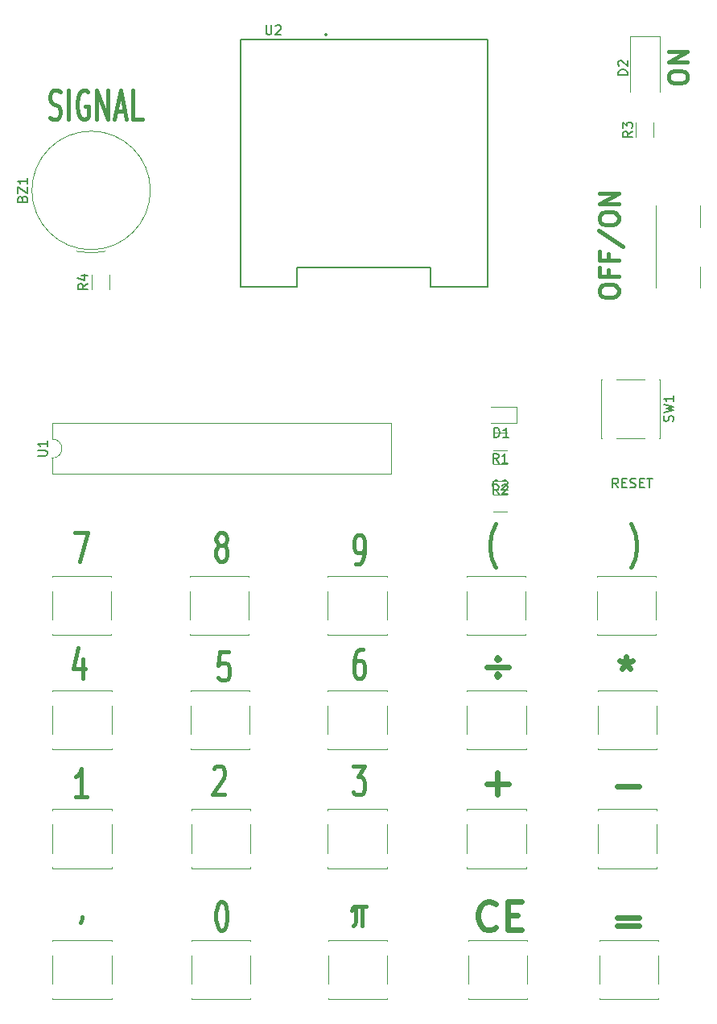
<source format=gbr>
%TF.GenerationSoftware,KiCad,Pcbnew,9.0.5*%
%TF.CreationDate,2026-01-24T15:15:31+01:00*%
%TF.ProjectId,Seminarski,53656d69-6e61-4727-936b-692e6b696361,rev?*%
%TF.SameCoordinates,Original*%
%TF.FileFunction,Legend,Top*%
%TF.FilePolarity,Positive*%
%FSLAX46Y46*%
G04 Gerber Fmt 4.6, Leading zero omitted, Abs format (unit mm)*
G04 Created by KiCad (PCBNEW 9.0.5) date 2026-01-24 15:15:31*
%MOMM*%
%LPD*%
G01*
G04 APERTURE LIST*
%ADD10C,0.200000*%
%ADD11C,0.400000*%
%ADD12C,0.600000*%
%ADD13C,0.150000*%
%ADD14C,0.127000*%
%ADD15C,0.120000*%
G04 APERTURE END LIST*
D10*
X199941101Y-89367219D02*
X199607768Y-88891028D01*
X199369673Y-89367219D02*
X199369673Y-88367219D01*
X199369673Y-88367219D02*
X199750625Y-88367219D01*
X199750625Y-88367219D02*
X199845863Y-88414838D01*
X199845863Y-88414838D02*
X199893482Y-88462457D01*
X199893482Y-88462457D02*
X199941101Y-88557695D01*
X199941101Y-88557695D02*
X199941101Y-88700552D01*
X199941101Y-88700552D02*
X199893482Y-88795790D01*
X199893482Y-88795790D02*
X199845863Y-88843409D01*
X199845863Y-88843409D02*
X199750625Y-88891028D01*
X199750625Y-88891028D02*
X199369673Y-88891028D01*
X200369673Y-88843409D02*
X200703006Y-88843409D01*
X200845863Y-89367219D02*
X200369673Y-89367219D01*
X200369673Y-89367219D02*
X200369673Y-88367219D01*
X200369673Y-88367219D02*
X200845863Y-88367219D01*
X201226816Y-89319600D02*
X201369673Y-89367219D01*
X201369673Y-89367219D02*
X201607768Y-89367219D01*
X201607768Y-89367219D02*
X201703006Y-89319600D01*
X201703006Y-89319600D02*
X201750625Y-89271980D01*
X201750625Y-89271980D02*
X201798244Y-89176742D01*
X201798244Y-89176742D02*
X201798244Y-89081504D01*
X201798244Y-89081504D02*
X201750625Y-88986266D01*
X201750625Y-88986266D02*
X201703006Y-88938647D01*
X201703006Y-88938647D02*
X201607768Y-88891028D01*
X201607768Y-88891028D02*
X201417292Y-88843409D01*
X201417292Y-88843409D02*
X201322054Y-88795790D01*
X201322054Y-88795790D02*
X201274435Y-88748171D01*
X201274435Y-88748171D02*
X201226816Y-88652933D01*
X201226816Y-88652933D02*
X201226816Y-88557695D01*
X201226816Y-88557695D02*
X201274435Y-88462457D01*
X201274435Y-88462457D02*
X201322054Y-88414838D01*
X201322054Y-88414838D02*
X201417292Y-88367219D01*
X201417292Y-88367219D02*
X201655387Y-88367219D01*
X201655387Y-88367219D02*
X201798244Y-88414838D01*
X202226816Y-88843409D02*
X202560149Y-88843409D01*
X202703006Y-89367219D02*
X202226816Y-89367219D01*
X202226816Y-89367219D02*
X202226816Y-88367219D01*
X202226816Y-88367219D02*
X202703006Y-88367219D01*
X202988721Y-88367219D02*
X203560149Y-88367219D01*
X203274435Y-89367219D02*
X203274435Y-88367219D01*
D11*
X158025061Y-95397771D02*
X157834585Y-95254914D01*
X157834585Y-95254914D02*
X157739347Y-95112057D01*
X157739347Y-95112057D02*
X157644109Y-94826342D01*
X157644109Y-94826342D02*
X157644109Y-94683485D01*
X157644109Y-94683485D02*
X157739347Y-94397771D01*
X157739347Y-94397771D02*
X157834585Y-94254914D01*
X157834585Y-94254914D02*
X158025061Y-94112057D01*
X158025061Y-94112057D02*
X158406014Y-94112057D01*
X158406014Y-94112057D02*
X158596490Y-94254914D01*
X158596490Y-94254914D02*
X158691728Y-94397771D01*
X158691728Y-94397771D02*
X158786966Y-94683485D01*
X158786966Y-94683485D02*
X158786966Y-94826342D01*
X158786966Y-94826342D02*
X158691728Y-95112057D01*
X158691728Y-95112057D02*
X158596490Y-95254914D01*
X158596490Y-95254914D02*
X158406014Y-95397771D01*
X158406014Y-95397771D02*
X158025061Y-95397771D01*
X158025061Y-95397771D02*
X157834585Y-95540628D01*
X157834585Y-95540628D02*
X157739347Y-95683485D01*
X157739347Y-95683485D02*
X157644109Y-95969200D01*
X157644109Y-95969200D02*
X157644109Y-96540628D01*
X157644109Y-96540628D02*
X157739347Y-96826342D01*
X157739347Y-96826342D02*
X157834585Y-96969200D01*
X157834585Y-96969200D02*
X158025061Y-97112057D01*
X158025061Y-97112057D02*
X158406014Y-97112057D01*
X158406014Y-97112057D02*
X158596490Y-96969200D01*
X158596490Y-96969200D02*
X158691728Y-96826342D01*
X158691728Y-96826342D02*
X158786966Y-96540628D01*
X158786966Y-96540628D02*
X158786966Y-95969200D01*
X158786966Y-95969200D02*
X158691728Y-95683485D01*
X158691728Y-95683485D02*
X158596490Y-95540628D01*
X158596490Y-95540628D02*
X158406014Y-95397771D01*
X157394109Y-118897771D02*
X157489347Y-118754914D01*
X157489347Y-118754914D02*
X157679823Y-118612057D01*
X157679823Y-118612057D02*
X158156014Y-118612057D01*
X158156014Y-118612057D02*
X158346490Y-118754914D01*
X158346490Y-118754914D02*
X158441728Y-118897771D01*
X158441728Y-118897771D02*
X158536966Y-119183485D01*
X158536966Y-119183485D02*
X158536966Y-119469200D01*
X158536966Y-119469200D02*
X158441728Y-119897771D01*
X158441728Y-119897771D02*
X157298871Y-121612057D01*
X157298871Y-121612057D02*
X158536966Y-121612057D01*
X140144109Y-50469200D02*
X140429823Y-50612057D01*
X140429823Y-50612057D02*
X140906014Y-50612057D01*
X140906014Y-50612057D02*
X141096490Y-50469200D01*
X141096490Y-50469200D02*
X141191728Y-50326342D01*
X141191728Y-50326342D02*
X141286966Y-50040628D01*
X141286966Y-50040628D02*
X141286966Y-49754914D01*
X141286966Y-49754914D02*
X141191728Y-49469200D01*
X141191728Y-49469200D02*
X141096490Y-49326342D01*
X141096490Y-49326342D02*
X140906014Y-49183485D01*
X140906014Y-49183485D02*
X140525061Y-49040628D01*
X140525061Y-49040628D02*
X140334585Y-48897771D01*
X140334585Y-48897771D02*
X140239347Y-48754914D01*
X140239347Y-48754914D02*
X140144109Y-48469200D01*
X140144109Y-48469200D02*
X140144109Y-48183485D01*
X140144109Y-48183485D02*
X140239347Y-47897771D01*
X140239347Y-47897771D02*
X140334585Y-47754914D01*
X140334585Y-47754914D02*
X140525061Y-47612057D01*
X140525061Y-47612057D02*
X141001252Y-47612057D01*
X141001252Y-47612057D02*
X141286966Y-47754914D01*
X142144109Y-50612057D02*
X142144109Y-47612057D01*
X144144109Y-47754914D02*
X143953633Y-47612057D01*
X143953633Y-47612057D02*
X143667919Y-47612057D01*
X143667919Y-47612057D02*
X143382204Y-47754914D01*
X143382204Y-47754914D02*
X143191728Y-48040628D01*
X143191728Y-48040628D02*
X143096490Y-48326342D01*
X143096490Y-48326342D02*
X143001252Y-48897771D01*
X143001252Y-48897771D02*
X143001252Y-49326342D01*
X143001252Y-49326342D02*
X143096490Y-49897771D01*
X143096490Y-49897771D02*
X143191728Y-50183485D01*
X143191728Y-50183485D02*
X143382204Y-50469200D01*
X143382204Y-50469200D02*
X143667919Y-50612057D01*
X143667919Y-50612057D02*
X143858395Y-50612057D01*
X143858395Y-50612057D02*
X144144109Y-50469200D01*
X144144109Y-50469200D02*
X144239347Y-50326342D01*
X144239347Y-50326342D02*
X144239347Y-49326342D01*
X144239347Y-49326342D02*
X143858395Y-49326342D01*
X145096490Y-50612057D02*
X145096490Y-47612057D01*
X145096490Y-47612057D02*
X146239347Y-50612057D01*
X146239347Y-50612057D02*
X146239347Y-47612057D01*
X147096490Y-49754914D02*
X148048871Y-49754914D01*
X146906014Y-50612057D02*
X147572680Y-47612057D01*
X147572680Y-47612057D02*
X148239347Y-50612057D01*
X149858395Y-50612057D02*
X148906014Y-50612057D01*
X148906014Y-50612057D02*
X148906014Y-47612057D01*
X172048871Y-118612057D02*
X173286966Y-118612057D01*
X173286966Y-118612057D02*
X172620299Y-119754914D01*
X172620299Y-119754914D02*
X172906014Y-119754914D01*
X172906014Y-119754914D02*
X173096490Y-119897771D01*
X173096490Y-119897771D02*
X173191728Y-120040628D01*
X173191728Y-120040628D02*
X173286966Y-120326342D01*
X173286966Y-120326342D02*
X173286966Y-121040628D01*
X173286966Y-121040628D02*
X173191728Y-121326342D01*
X173191728Y-121326342D02*
X173096490Y-121469200D01*
X173096490Y-121469200D02*
X172906014Y-121612057D01*
X172906014Y-121612057D02*
X172334585Y-121612057D01*
X172334585Y-121612057D02*
X172144109Y-121469200D01*
X172144109Y-121469200D02*
X172048871Y-121326342D01*
D12*
X188394736Y-108208800D02*
X186109021Y-108208800D01*
X187251878Y-108923085D02*
X187394736Y-109065942D01*
X187394736Y-109065942D02*
X187251878Y-109208800D01*
X187251878Y-109208800D02*
X187109021Y-109065942D01*
X187109021Y-109065942D02*
X187251878Y-108923085D01*
X187251878Y-108923085D02*
X187251878Y-109208800D01*
X187251878Y-107208800D02*
X187394736Y-107351657D01*
X187394736Y-107351657D02*
X187251878Y-107494514D01*
X187251878Y-107494514D02*
X187109021Y-107351657D01*
X187109021Y-107351657D02*
X187251878Y-107208800D01*
X187251878Y-107208800D02*
X187251878Y-107494514D01*
D11*
X173096490Y-106362057D02*
X172715537Y-106362057D01*
X172715537Y-106362057D02*
X172525061Y-106504914D01*
X172525061Y-106504914D02*
X172429823Y-106647771D01*
X172429823Y-106647771D02*
X172239347Y-107076342D01*
X172239347Y-107076342D02*
X172144109Y-107647771D01*
X172144109Y-107647771D02*
X172144109Y-108790628D01*
X172144109Y-108790628D02*
X172239347Y-109076342D01*
X172239347Y-109076342D02*
X172334585Y-109219200D01*
X172334585Y-109219200D02*
X172525061Y-109362057D01*
X172525061Y-109362057D02*
X172906014Y-109362057D01*
X172906014Y-109362057D02*
X173096490Y-109219200D01*
X173096490Y-109219200D02*
X173191728Y-109076342D01*
X173191728Y-109076342D02*
X173286966Y-108790628D01*
X173286966Y-108790628D02*
X173286966Y-108076342D01*
X173286966Y-108076342D02*
X173191728Y-107790628D01*
X173191728Y-107790628D02*
X173096490Y-107647771D01*
X173096490Y-107647771D02*
X172906014Y-107504914D01*
X172906014Y-107504914D02*
X172525061Y-107504914D01*
X172525061Y-107504914D02*
X172334585Y-107647771D01*
X172334585Y-107647771D02*
X172239347Y-107790628D01*
X172239347Y-107790628D02*
X172144109Y-108076342D01*
X158120299Y-132862057D02*
X158310776Y-132862057D01*
X158310776Y-132862057D02*
X158501252Y-133004914D01*
X158501252Y-133004914D02*
X158596490Y-133147771D01*
X158596490Y-133147771D02*
X158691728Y-133433485D01*
X158691728Y-133433485D02*
X158786966Y-134004914D01*
X158786966Y-134004914D02*
X158786966Y-134719200D01*
X158786966Y-134719200D02*
X158691728Y-135290628D01*
X158691728Y-135290628D02*
X158596490Y-135576342D01*
X158596490Y-135576342D02*
X158501252Y-135719200D01*
X158501252Y-135719200D02*
X158310776Y-135862057D01*
X158310776Y-135862057D02*
X158120299Y-135862057D01*
X158120299Y-135862057D02*
X157929823Y-135719200D01*
X157929823Y-135719200D02*
X157834585Y-135576342D01*
X157834585Y-135576342D02*
X157739347Y-135290628D01*
X157739347Y-135290628D02*
X157644109Y-134719200D01*
X157644109Y-134719200D02*
X157644109Y-134004914D01*
X157644109Y-134004914D02*
X157739347Y-133433485D01*
X157739347Y-133433485D02*
X157834585Y-133147771D01*
X157834585Y-133147771D02*
X157929823Y-133004914D01*
X157929823Y-133004914D02*
X158120299Y-132862057D01*
D12*
X186109021Y-120458800D02*
X188394736Y-120458800D01*
X187251878Y-121601657D02*
X187251878Y-119315942D01*
D11*
X144036966Y-121862057D02*
X142894109Y-121862057D01*
X143465537Y-121862057D02*
X143465537Y-118862057D01*
X143465537Y-118862057D02*
X143275061Y-119290628D01*
X143275061Y-119290628D02*
X143084585Y-119576342D01*
X143084585Y-119576342D02*
X142894109Y-119719200D01*
X205234438Y-46379700D02*
X205234438Y-45998747D01*
X205234438Y-45998747D02*
X205329676Y-45808271D01*
X205329676Y-45808271D02*
X205520152Y-45617795D01*
X205520152Y-45617795D02*
X205901104Y-45522557D01*
X205901104Y-45522557D02*
X206567771Y-45522557D01*
X206567771Y-45522557D02*
X206948723Y-45617795D01*
X206948723Y-45617795D02*
X207139200Y-45808271D01*
X207139200Y-45808271D02*
X207234438Y-45998747D01*
X207234438Y-45998747D02*
X207234438Y-46379700D01*
X207234438Y-46379700D02*
X207139200Y-46570176D01*
X207139200Y-46570176D02*
X206948723Y-46760652D01*
X206948723Y-46760652D02*
X206567771Y-46855890D01*
X206567771Y-46855890D02*
X205901104Y-46855890D01*
X205901104Y-46855890D02*
X205520152Y-46760652D01*
X205520152Y-46760652D02*
X205329676Y-46570176D01*
X205329676Y-46570176D02*
X205234438Y-46379700D01*
X207234438Y-44665414D02*
X205234438Y-44665414D01*
X205234438Y-44665414D02*
X207234438Y-43522557D01*
X207234438Y-43522557D02*
X205234438Y-43522557D01*
D12*
X199859021Y-134530228D02*
X202144736Y-134530228D01*
X202144736Y-135387371D02*
X199859021Y-135387371D01*
D11*
X197984438Y-68879700D02*
X197984438Y-68498747D01*
X197984438Y-68498747D02*
X198079676Y-68308271D01*
X198079676Y-68308271D02*
X198270152Y-68117795D01*
X198270152Y-68117795D02*
X198651104Y-68022557D01*
X198651104Y-68022557D02*
X199317771Y-68022557D01*
X199317771Y-68022557D02*
X199698723Y-68117795D01*
X199698723Y-68117795D02*
X199889200Y-68308271D01*
X199889200Y-68308271D02*
X199984438Y-68498747D01*
X199984438Y-68498747D02*
X199984438Y-68879700D01*
X199984438Y-68879700D02*
X199889200Y-69070176D01*
X199889200Y-69070176D02*
X199698723Y-69260652D01*
X199698723Y-69260652D02*
X199317771Y-69355890D01*
X199317771Y-69355890D02*
X198651104Y-69355890D01*
X198651104Y-69355890D02*
X198270152Y-69260652D01*
X198270152Y-69260652D02*
X198079676Y-69070176D01*
X198079676Y-69070176D02*
X197984438Y-68879700D01*
X198936819Y-66498747D02*
X198936819Y-67165414D01*
X199984438Y-67165414D02*
X197984438Y-67165414D01*
X197984438Y-67165414D02*
X197984438Y-66213033D01*
X198936819Y-64784461D02*
X198936819Y-65451128D01*
X199984438Y-65451128D02*
X197984438Y-65451128D01*
X197984438Y-65451128D02*
X197984438Y-64498747D01*
X197889200Y-62308271D02*
X200460628Y-64022556D01*
X197984438Y-61260652D02*
X197984438Y-60879699D01*
X197984438Y-60879699D02*
X198079676Y-60689223D01*
X198079676Y-60689223D02*
X198270152Y-60498747D01*
X198270152Y-60498747D02*
X198651104Y-60403509D01*
X198651104Y-60403509D02*
X199317771Y-60403509D01*
X199317771Y-60403509D02*
X199698723Y-60498747D01*
X199698723Y-60498747D02*
X199889200Y-60689223D01*
X199889200Y-60689223D02*
X199984438Y-60879699D01*
X199984438Y-60879699D02*
X199984438Y-61260652D01*
X199984438Y-61260652D02*
X199889200Y-61451128D01*
X199889200Y-61451128D02*
X199698723Y-61641604D01*
X199698723Y-61641604D02*
X199317771Y-61736842D01*
X199317771Y-61736842D02*
X198651104Y-61736842D01*
X198651104Y-61736842D02*
X198270152Y-61641604D01*
X198270152Y-61641604D02*
X198079676Y-61451128D01*
X198079676Y-61451128D02*
X197984438Y-61260652D01*
X199984438Y-59546366D02*
X197984438Y-59546366D01*
X197984438Y-59546366D02*
X199984438Y-58403509D01*
X199984438Y-58403509D02*
X197984438Y-58403509D01*
X173036966Y-133362057D02*
X173036966Y-135362057D01*
X172370299Y-133362057D02*
X172370299Y-134933485D01*
X172370299Y-134933485D02*
X172275061Y-135219200D01*
X172275061Y-135219200D02*
X172084585Y-135362057D01*
X173417918Y-133362057D02*
X172179823Y-133362057D01*
X172179823Y-133362057D02*
X171989347Y-133504914D01*
X171989347Y-133504914D02*
X171894109Y-133790628D01*
X143584585Y-134469200D02*
X143584585Y-134612057D01*
X143584585Y-134612057D02*
X143489347Y-134897771D01*
X143489347Y-134897771D02*
X143394109Y-135040628D01*
D12*
X187073307Y-135565942D02*
X186930450Y-135708800D01*
X186930450Y-135708800D02*
X186501878Y-135851657D01*
X186501878Y-135851657D02*
X186216164Y-135851657D01*
X186216164Y-135851657D02*
X185787593Y-135708800D01*
X185787593Y-135708800D02*
X185501878Y-135423085D01*
X185501878Y-135423085D02*
X185359021Y-135137371D01*
X185359021Y-135137371D02*
X185216164Y-134565942D01*
X185216164Y-134565942D02*
X185216164Y-134137371D01*
X185216164Y-134137371D02*
X185359021Y-133565942D01*
X185359021Y-133565942D02*
X185501878Y-133280228D01*
X185501878Y-133280228D02*
X185787593Y-132994514D01*
X185787593Y-132994514D02*
X186216164Y-132851657D01*
X186216164Y-132851657D02*
X186501878Y-132851657D01*
X186501878Y-132851657D02*
X186930450Y-132994514D01*
X186930450Y-132994514D02*
X187073307Y-133137371D01*
X188359021Y-134280228D02*
X189359021Y-134280228D01*
X189787593Y-135851657D02*
X188359021Y-135851657D01*
X188359021Y-135851657D02*
X188359021Y-132851657D01*
X188359021Y-132851657D02*
X189787593Y-132851657D01*
D11*
X201298871Y-97754914D02*
X201394109Y-97612057D01*
X201394109Y-97612057D02*
X201584585Y-97183485D01*
X201584585Y-97183485D02*
X201679823Y-96897771D01*
X201679823Y-96897771D02*
X201775061Y-96469200D01*
X201775061Y-96469200D02*
X201870299Y-95754914D01*
X201870299Y-95754914D02*
X201870299Y-95183485D01*
X201870299Y-95183485D02*
X201775061Y-94469200D01*
X201775061Y-94469200D02*
X201679823Y-94040628D01*
X201679823Y-94040628D02*
X201584585Y-93754914D01*
X201584585Y-93754914D02*
X201394109Y-93326342D01*
X201394109Y-93326342D02*
X201298871Y-93183485D01*
X187060776Y-97754914D02*
X186965537Y-97612057D01*
X186965537Y-97612057D02*
X186775061Y-97183485D01*
X186775061Y-97183485D02*
X186679823Y-96897771D01*
X186679823Y-96897771D02*
X186584585Y-96469200D01*
X186584585Y-96469200D02*
X186489347Y-95754914D01*
X186489347Y-95754914D02*
X186489347Y-95183485D01*
X186489347Y-95183485D02*
X186584585Y-94469200D01*
X186584585Y-94469200D02*
X186679823Y-94040628D01*
X186679823Y-94040628D02*
X186775061Y-93754914D01*
X186775061Y-93754914D02*
X186965537Y-93326342D01*
X186965537Y-93326342D02*
X187060776Y-93183485D01*
X143596490Y-107362057D02*
X143596490Y-109362057D01*
X143120299Y-106219200D02*
X142644109Y-108362057D01*
X142644109Y-108362057D02*
X143882204Y-108362057D01*
X172334585Y-97362057D02*
X172715537Y-97362057D01*
X172715537Y-97362057D02*
X172906014Y-97219200D01*
X172906014Y-97219200D02*
X173001252Y-97076342D01*
X173001252Y-97076342D02*
X173191728Y-96647771D01*
X173191728Y-96647771D02*
X173286966Y-96076342D01*
X173286966Y-96076342D02*
X173286966Y-94933485D01*
X173286966Y-94933485D02*
X173191728Y-94647771D01*
X173191728Y-94647771D02*
X173096490Y-94504914D01*
X173096490Y-94504914D02*
X172906014Y-94362057D01*
X172906014Y-94362057D02*
X172525061Y-94362057D01*
X172525061Y-94362057D02*
X172334585Y-94504914D01*
X172334585Y-94504914D02*
X172239347Y-94647771D01*
X172239347Y-94647771D02*
X172144109Y-94933485D01*
X172144109Y-94933485D02*
X172144109Y-95647771D01*
X172144109Y-95647771D02*
X172239347Y-95933485D01*
X172239347Y-95933485D02*
X172334585Y-96076342D01*
X172334585Y-96076342D02*
X172525061Y-96219200D01*
X172525061Y-96219200D02*
X172906014Y-96219200D01*
X172906014Y-96219200D02*
X173096490Y-96076342D01*
X173096490Y-96076342D02*
X173191728Y-95933485D01*
X173191728Y-95933485D02*
X173286966Y-95647771D01*
D12*
X200787593Y-107101657D02*
X200787593Y-107815942D01*
X200073307Y-107530228D02*
X200787593Y-107815942D01*
X200787593Y-107815942D02*
X201501878Y-107530228D01*
X200359021Y-108387371D02*
X200787593Y-107815942D01*
X200787593Y-107815942D02*
X201216164Y-108387371D01*
X199859021Y-120708800D02*
X202144736Y-120708800D01*
D11*
X142798871Y-94112057D02*
X144132204Y-94112057D01*
X144132204Y-94112057D02*
X143275061Y-97112057D01*
X158941728Y-106612057D02*
X157989347Y-106612057D01*
X157989347Y-106612057D02*
X157894109Y-108040628D01*
X157894109Y-108040628D02*
X157989347Y-107897771D01*
X157989347Y-107897771D02*
X158179823Y-107754914D01*
X158179823Y-107754914D02*
X158656014Y-107754914D01*
X158656014Y-107754914D02*
X158846490Y-107897771D01*
X158846490Y-107897771D02*
X158941728Y-108040628D01*
X158941728Y-108040628D02*
X159036966Y-108326342D01*
X159036966Y-108326342D02*
X159036966Y-109040628D01*
X159036966Y-109040628D02*
X158941728Y-109326342D01*
X158941728Y-109326342D02*
X158846490Y-109469200D01*
X158846490Y-109469200D02*
X158656014Y-109612057D01*
X158656014Y-109612057D02*
X158179823Y-109612057D01*
X158179823Y-109612057D02*
X157989347Y-109469200D01*
X157989347Y-109469200D02*
X157894109Y-109326342D01*
D13*
X162903095Y-40734819D02*
X162903095Y-41544342D01*
X162903095Y-41544342D02*
X162950714Y-41639580D01*
X162950714Y-41639580D02*
X162998333Y-41687200D01*
X162998333Y-41687200D02*
X163093571Y-41734819D01*
X163093571Y-41734819D02*
X163284047Y-41734819D01*
X163284047Y-41734819D02*
X163379285Y-41687200D01*
X163379285Y-41687200D02*
X163426904Y-41639580D01*
X163426904Y-41639580D02*
X163474523Y-41544342D01*
X163474523Y-41544342D02*
X163474523Y-40734819D01*
X163903095Y-40830057D02*
X163950714Y-40782438D01*
X163950714Y-40782438D02*
X164045952Y-40734819D01*
X164045952Y-40734819D02*
X164284047Y-40734819D01*
X164284047Y-40734819D02*
X164379285Y-40782438D01*
X164379285Y-40782438D02*
X164426904Y-40830057D01*
X164426904Y-40830057D02*
X164474523Y-40925295D01*
X164474523Y-40925295D02*
X164474523Y-41020533D01*
X164474523Y-41020533D02*
X164426904Y-41163390D01*
X164426904Y-41163390D02*
X163855476Y-41734819D01*
X163855476Y-41734819D02*
X164474523Y-41734819D01*
X187358333Y-89509580D02*
X187310714Y-89557200D01*
X187310714Y-89557200D02*
X187167857Y-89604819D01*
X187167857Y-89604819D02*
X187072619Y-89604819D01*
X187072619Y-89604819D02*
X186929762Y-89557200D01*
X186929762Y-89557200D02*
X186834524Y-89461961D01*
X186834524Y-89461961D02*
X186786905Y-89366723D01*
X186786905Y-89366723D02*
X186739286Y-89176247D01*
X186739286Y-89176247D02*
X186739286Y-89033390D01*
X186739286Y-89033390D02*
X186786905Y-88842914D01*
X186786905Y-88842914D02*
X186834524Y-88747676D01*
X186834524Y-88747676D02*
X186929762Y-88652438D01*
X186929762Y-88652438D02*
X187072619Y-88604819D01*
X187072619Y-88604819D02*
X187167857Y-88604819D01*
X187167857Y-88604819D02*
X187310714Y-88652438D01*
X187310714Y-88652438D02*
X187358333Y-88700057D01*
X187739286Y-88700057D02*
X187786905Y-88652438D01*
X187786905Y-88652438D02*
X187882143Y-88604819D01*
X187882143Y-88604819D02*
X188120238Y-88604819D01*
X188120238Y-88604819D02*
X188215476Y-88652438D01*
X188215476Y-88652438D02*
X188263095Y-88700057D01*
X188263095Y-88700057D02*
X188310714Y-88795295D01*
X188310714Y-88795295D02*
X188310714Y-88890533D01*
X188310714Y-88890533D02*
X188263095Y-89033390D01*
X188263095Y-89033390D02*
X187691667Y-89604819D01*
X187691667Y-89604819D02*
X188310714Y-89604819D01*
X137261009Y-59001737D02*
X137308628Y-58858880D01*
X137308628Y-58858880D02*
X137356247Y-58811261D01*
X137356247Y-58811261D02*
X137451485Y-58763642D01*
X137451485Y-58763642D02*
X137594342Y-58763642D01*
X137594342Y-58763642D02*
X137689580Y-58811261D01*
X137689580Y-58811261D02*
X137737200Y-58858880D01*
X137737200Y-58858880D02*
X137784819Y-58954118D01*
X137784819Y-58954118D02*
X137784819Y-59335070D01*
X137784819Y-59335070D02*
X136784819Y-59335070D01*
X136784819Y-59335070D02*
X136784819Y-59001737D01*
X136784819Y-59001737D02*
X136832438Y-58906499D01*
X136832438Y-58906499D02*
X136880057Y-58858880D01*
X136880057Y-58858880D02*
X136975295Y-58811261D01*
X136975295Y-58811261D02*
X137070533Y-58811261D01*
X137070533Y-58811261D02*
X137165771Y-58858880D01*
X137165771Y-58858880D02*
X137213390Y-58906499D01*
X137213390Y-58906499D02*
X137261009Y-59001737D01*
X137261009Y-59001737D02*
X137261009Y-59335070D01*
X136784819Y-58430308D02*
X136784819Y-57763642D01*
X136784819Y-57763642D02*
X137784819Y-58430308D01*
X137784819Y-58430308D02*
X137784819Y-57763642D01*
X137784819Y-56858880D02*
X137784819Y-57430308D01*
X137784819Y-57144594D02*
X136784819Y-57144594D01*
X136784819Y-57144594D02*
X136927676Y-57239832D01*
X136927676Y-57239832D02*
X137022914Y-57335070D01*
X137022914Y-57335070D02*
X137070533Y-57430308D01*
X187370833Y-90034819D02*
X187037500Y-89558628D01*
X186799405Y-90034819D02*
X186799405Y-89034819D01*
X186799405Y-89034819D02*
X187180357Y-89034819D01*
X187180357Y-89034819D02*
X187275595Y-89082438D01*
X187275595Y-89082438D02*
X187323214Y-89130057D01*
X187323214Y-89130057D02*
X187370833Y-89225295D01*
X187370833Y-89225295D02*
X187370833Y-89368152D01*
X187370833Y-89368152D02*
X187323214Y-89463390D01*
X187323214Y-89463390D02*
X187275595Y-89511009D01*
X187275595Y-89511009D02*
X187180357Y-89558628D01*
X187180357Y-89558628D02*
X186799405Y-89558628D01*
X187751786Y-89130057D02*
X187799405Y-89082438D01*
X187799405Y-89082438D02*
X187894643Y-89034819D01*
X187894643Y-89034819D02*
X188132738Y-89034819D01*
X188132738Y-89034819D02*
X188227976Y-89082438D01*
X188227976Y-89082438D02*
X188275595Y-89130057D01*
X188275595Y-89130057D02*
X188323214Y-89225295D01*
X188323214Y-89225295D02*
X188323214Y-89320533D01*
X188323214Y-89320533D02*
X188275595Y-89463390D01*
X188275595Y-89463390D02*
X187704167Y-90034819D01*
X187704167Y-90034819D02*
X188323214Y-90034819D01*
X200954819Y-45988094D02*
X199954819Y-45988094D01*
X199954819Y-45988094D02*
X199954819Y-45749999D01*
X199954819Y-45749999D02*
X200002438Y-45607142D01*
X200002438Y-45607142D02*
X200097676Y-45511904D01*
X200097676Y-45511904D02*
X200192914Y-45464285D01*
X200192914Y-45464285D02*
X200383390Y-45416666D01*
X200383390Y-45416666D02*
X200526247Y-45416666D01*
X200526247Y-45416666D02*
X200716723Y-45464285D01*
X200716723Y-45464285D02*
X200811961Y-45511904D01*
X200811961Y-45511904D02*
X200907200Y-45607142D01*
X200907200Y-45607142D02*
X200954819Y-45749999D01*
X200954819Y-45749999D02*
X200954819Y-45988094D01*
X200050057Y-45035713D02*
X200002438Y-44988094D01*
X200002438Y-44988094D02*
X199954819Y-44892856D01*
X199954819Y-44892856D02*
X199954819Y-44654761D01*
X199954819Y-44654761D02*
X200002438Y-44559523D01*
X200002438Y-44559523D02*
X200050057Y-44511904D01*
X200050057Y-44511904D02*
X200145295Y-44464285D01*
X200145295Y-44464285D02*
X200240533Y-44464285D01*
X200240533Y-44464285D02*
X200383390Y-44511904D01*
X200383390Y-44511904D02*
X200954819Y-45083332D01*
X200954819Y-45083332D02*
X200954819Y-44464285D01*
X201454819Y-51916666D02*
X200978628Y-52249999D01*
X201454819Y-52488094D02*
X200454819Y-52488094D01*
X200454819Y-52488094D02*
X200454819Y-52107142D01*
X200454819Y-52107142D02*
X200502438Y-52011904D01*
X200502438Y-52011904D02*
X200550057Y-51964285D01*
X200550057Y-51964285D02*
X200645295Y-51916666D01*
X200645295Y-51916666D02*
X200788152Y-51916666D01*
X200788152Y-51916666D02*
X200883390Y-51964285D01*
X200883390Y-51964285D02*
X200931009Y-52011904D01*
X200931009Y-52011904D02*
X200978628Y-52107142D01*
X200978628Y-52107142D02*
X200978628Y-52488094D01*
X200454819Y-51583332D02*
X200454819Y-50964285D01*
X200454819Y-50964285D02*
X200835771Y-51297618D01*
X200835771Y-51297618D02*
X200835771Y-51154761D01*
X200835771Y-51154761D02*
X200883390Y-51059523D01*
X200883390Y-51059523D02*
X200931009Y-51011904D01*
X200931009Y-51011904D02*
X201026247Y-50964285D01*
X201026247Y-50964285D02*
X201264342Y-50964285D01*
X201264342Y-50964285D02*
X201359580Y-51011904D01*
X201359580Y-51011904D02*
X201407200Y-51059523D01*
X201407200Y-51059523D02*
X201454819Y-51154761D01*
X201454819Y-51154761D02*
X201454819Y-51440475D01*
X201454819Y-51440475D02*
X201407200Y-51535713D01*
X201407200Y-51535713D02*
X201359580Y-51583332D01*
X205707200Y-82383332D02*
X205754819Y-82240475D01*
X205754819Y-82240475D02*
X205754819Y-82002380D01*
X205754819Y-82002380D02*
X205707200Y-81907142D01*
X205707200Y-81907142D02*
X205659580Y-81859523D01*
X205659580Y-81859523D02*
X205564342Y-81811904D01*
X205564342Y-81811904D02*
X205469104Y-81811904D01*
X205469104Y-81811904D02*
X205373866Y-81859523D01*
X205373866Y-81859523D02*
X205326247Y-81907142D01*
X205326247Y-81907142D02*
X205278628Y-82002380D01*
X205278628Y-82002380D02*
X205231009Y-82192856D01*
X205231009Y-82192856D02*
X205183390Y-82288094D01*
X205183390Y-82288094D02*
X205135771Y-82335713D01*
X205135771Y-82335713D02*
X205040533Y-82383332D01*
X205040533Y-82383332D02*
X204945295Y-82383332D01*
X204945295Y-82383332D02*
X204850057Y-82335713D01*
X204850057Y-82335713D02*
X204802438Y-82288094D01*
X204802438Y-82288094D02*
X204754819Y-82192856D01*
X204754819Y-82192856D02*
X204754819Y-81954761D01*
X204754819Y-81954761D02*
X204802438Y-81811904D01*
X204754819Y-81478570D02*
X205754819Y-81240475D01*
X205754819Y-81240475D02*
X205040533Y-81049999D01*
X205040533Y-81049999D02*
X205754819Y-80859523D01*
X205754819Y-80859523D02*
X204754819Y-80621428D01*
X205754819Y-79716666D02*
X205754819Y-80288094D01*
X205754819Y-80002380D02*
X204754819Y-80002380D01*
X204754819Y-80002380D02*
X204897676Y-80097618D01*
X204897676Y-80097618D02*
X204992914Y-80192856D01*
X204992914Y-80192856D02*
X205040533Y-80288094D01*
X138864819Y-86006904D02*
X139674342Y-86006904D01*
X139674342Y-86006904D02*
X139769580Y-85959285D01*
X139769580Y-85959285D02*
X139817200Y-85911666D01*
X139817200Y-85911666D02*
X139864819Y-85816428D01*
X139864819Y-85816428D02*
X139864819Y-85625952D01*
X139864819Y-85625952D02*
X139817200Y-85530714D01*
X139817200Y-85530714D02*
X139769580Y-85483095D01*
X139769580Y-85483095D02*
X139674342Y-85435476D01*
X139674342Y-85435476D02*
X138864819Y-85435476D01*
X139864819Y-84435476D02*
X139864819Y-85006904D01*
X139864819Y-84721190D02*
X138864819Y-84721190D01*
X138864819Y-84721190D02*
X139007676Y-84816428D01*
X139007676Y-84816428D02*
X139102914Y-84911666D01*
X139102914Y-84911666D02*
X139150533Y-85006904D01*
X186911905Y-84054819D02*
X186911905Y-83054819D01*
X186911905Y-83054819D02*
X187150000Y-83054819D01*
X187150000Y-83054819D02*
X187292857Y-83102438D01*
X187292857Y-83102438D02*
X187388095Y-83197676D01*
X187388095Y-83197676D02*
X187435714Y-83292914D01*
X187435714Y-83292914D02*
X187483333Y-83483390D01*
X187483333Y-83483390D02*
X187483333Y-83626247D01*
X187483333Y-83626247D02*
X187435714Y-83816723D01*
X187435714Y-83816723D02*
X187388095Y-83911961D01*
X187388095Y-83911961D02*
X187292857Y-84007200D01*
X187292857Y-84007200D02*
X187150000Y-84054819D01*
X187150000Y-84054819D02*
X186911905Y-84054819D01*
X188435714Y-84054819D02*
X187864286Y-84054819D01*
X188150000Y-84054819D02*
X188150000Y-83054819D01*
X188150000Y-83054819D02*
X188054762Y-83197676D01*
X188054762Y-83197676D02*
X187959524Y-83292914D01*
X187959524Y-83292914D02*
X187864286Y-83340533D01*
X187370833Y-86784819D02*
X187037500Y-86308628D01*
X186799405Y-86784819D02*
X186799405Y-85784819D01*
X186799405Y-85784819D02*
X187180357Y-85784819D01*
X187180357Y-85784819D02*
X187275595Y-85832438D01*
X187275595Y-85832438D02*
X187323214Y-85880057D01*
X187323214Y-85880057D02*
X187370833Y-85975295D01*
X187370833Y-85975295D02*
X187370833Y-86118152D01*
X187370833Y-86118152D02*
X187323214Y-86213390D01*
X187323214Y-86213390D02*
X187275595Y-86261009D01*
X187275595Y-86261009D02*
X187180357Y-86308628D01*
X187180357Y-86308628D02*
X186799405Y-86308628D01*
X188323214Y-86784819D02*
X187751786Y-86784819D01*
X188037500Y-86784819D02*
X188037500Y-85784819D01*
X188037500Y-85784819D02*
X187942262Y-85927676D01*
X187942262Y-85927676D02*
X187847024Y-86022914D01*
X187847024Y-86022914D02*
X187751786Y-86070533D01*
X144124819Y-67916666D02*
X143648628Y-68249999D01*
X144124819Y-68488094D02*
X143124819Y-68488094D01*
X143124819Y-68488094D02*
X143124819Y-68107142D01*
X143124819Y-68107142D02*
X143172438Y-68011904D01*
X143172438Y-68011904D02*
X143220057Y-67964285D01*
X143220057Y-67964285D02*
X143315295Y-67916666D01*
X143315295Y-67916666D02*
X143458152Y-67916666D01*
X143458152Y-67916666D02*
X143553390Y-67964285D01*
X143553390Y-67964285D02*
X143601009Y-68011904D01*
X143601009Y-68011904D02*
X143648628Y-68107142D01*
X143648628Y-68107142D02*
X143648628Y-68488094D01*
X143458152Y-67059523D02*
X144124819Y-67059523D01*
X143077200Y-67297618D02*
X143791485Y-67535713D01*
X143791485Y-67535713D02*
X143791485Y-66916666D01*
D14*
%TO.C,U2*%
X160190000Y-42250000D02*
X186190000Y-42250000D01*
X160190000Y-68250000D02*
X160190000Y-42250000D01*
X166190000Y-66250000D02*
X166190000Y-68250000D01*
X166190000Y-68250000D02*
X160190000Y-68250000D01*
X180190000Y-66250000D02*
X166190000Y-66250000D01*
X180190000Y-68250000D02*
X180190000Y-66250000D01*
X186190000Y-42250000D02*
X186190000Y-68250000D01*
X186190000Y-68250000D02*
X180190000Y-68250000D01*
D10*
X169290000Y-41750000D02*
G75*
G02*
X169090000Y-41750000I-100000J0D01*
G01*
X169090000Y-41750000D02*
G75*
G02*
X169290000Y-41750000I100000J0D01*
G01*
D15*
%TO.C,SW22*%
X208550000Y-68300000D02*
X208550000Y-66100000D01*
X208550000Y-62000000D02*
X208550000Y-59700000D01*
X203950000Y-68300000D02*
X203950000Y-59700000D01*
%TO.C,SW2*%
X140400000Y-98650000D02*
X140400000Y-98750000D01*
X140400000Y-98650000D02*
X146600000Y-98650000D01*
X140400000Y-100250000D02*
X140400000Y-103250000D01*
X140400000Y-104850000D02*
X140400000Y-104750000D01*
X140400000Y-104850000D02*
X146600000Y-104850000D01*
X146600000Y-98750000D02*
X146600000Y-98650000D01*
X146600000Y-100250000D02*
X146600000Y-103250000D01*
X146600000Y-104850000D02*
X146600000Y-104750000D01*
%TO.C,SW13*%
X169400000Y-98650000D02*
X169400000Y-98750000D01*
X169400000Y-98650000D02*
X175600000Y-98650000D01*
X169400000Y-100250000D02*
X169400000Y-103250000D01*
X169400000Y-104850000D02*
X169400000Y-104750000D01*
X169400000Y-104850000D02*
X175600000Y-104850000D01*
X175600000Y-98750000D02*
X175600000Y-98650000D01*
X175600000Y-100250000D02*
X175600000Y-103250000D01*
X175600000Y-104850000D02*
X175600000Y-104750000D01*
%TO.C,C2*%
X186813748Y-90090000D02*
X188236252Y-90090000D01*
X186813748Y-91910000D02*
X188236252Y-91910000D01*
%TO.C,SW5*%
X140450000Y-136900000D02*
X140450000Y-137000000D01*
X140450000Y-136900000D02*
X146650000Y-136900000D01*
X140450000Y-138500000D02*
X140450000Y-141500000D01*
X140450000Y-143100000D02*
X140450000Y-143000000D01*
X140450000Y-143100000D02*
X146650000Y-143100000D01*
X146650000Y-137000000D02*
X146650000Y-136900000D01*
X146650000Y-138500000D02*
X146650000Y-141500000D01*
X146650000Y-143100000D02*
X146650000Y-143000000D01*
%TO.C,SW20*%
X197800000Y-123150000D02*
X197800000Y-123250000D01*
X197800000Y-123150000D02*
X204000000Y-123150000D01*
X197800000Y-124750000D02*
X197800000Y-127750000D01*
X197800000Y-129350000D02*
X197800000Y-129250000D01*
X197800000Y-129350000D02*
X204000000Y-129350000D01*
X204000000Y-123250000D02*
X204000000Y-123150000D01*
X204000000Y-124750000D02*
X204000000Y-127750000D01*
X204000000Y-129350000D02*
X204000000Y-129250000D01*
%TO.C,SW21*%
X197950000Y-136900000D02*
X197950000Y-137000000D01*
X197950000Y-136900000D02*
X204150000Y-136900000D01*
X197950000Y-138500000D02*
X197950000Y-141500000D01*
X197950000Y-143100000D02*
X197950000Y-143000000D01*
X197950000Y-143100000D02*
X204150000Y-143100000D01*
X204150000Y-137000000D02*
X204150000Y-136900000D01*
X204150000Y-138500000D02*
X204150000Y-141500000D01*
X204150000Y-143100000D02*
X204150000Y-143000000D01*
%TO.C,SW14*%
X184000000Y-98650000D02*
X184000000Y-98750000D01*
X184000000Y-98650000D02*
X190200000Y-98650000D01*
X184000000Y-100250000D02*
X184000000Y-103250000D01*
X184000000Y-104850000D02*
X184000000Y-104750000D01*
X184000000Y-104850000D02*
X190200000Y-104850000D01*
X190200000Y-98750000D02*
X190200000Y-98650000D01*
X190200000Y-100250000D02*
X190200000Y-103250000D01*
X190200000Y-104850000D02*
X190200000Y-104750000D01*
%TO.C,SW8*%
X155050000Y-123150000D02*
X155050000Y-123250000D01*
X155050000Y-123150000D02*
X161250000Y-123150000D01*
X155050000Y-124750000D02*
X155050000Y-127750000D01*
X155050000Y-129350000D02*
X155050000Y-129250000D01*
X155050000Y-129350000D02*
X161250000Y-129350000D01*
X161250000Y-123250000D02*
X161250000Y-123150000D01*
X161250000Y-124750000D02*
X161250000Y-127750000D01*
X161250000Y-129350000D02*
X161250000Y-129250000D01*
%TO.C,BZ1*%
X145999999Y-64520785D02*
G75*
G02*
X143000000Y-64520785I-1499999J6400000D01*
G01*
X150730000Y-58120785D02*
G75*
G02*
X138270000Y-58120785I-6230000J0D01*
G01*
X138270000Y-58120785D02*
G75*
G02*
X150730000Y-58120785I6230000J0D01*
G01*
%TO.C,R2*%
X188264564Y-86840000D02*
X186810436Y-86840000D01*
X188264564Y-88660000D02*
X186810436Y-88660000D01*
%TO.C,D2*%
X201165000Y-41890000D02*
X201165000Y-47750000D01*
X204335000Y-41890000D02*
X201165000Y-41890000D01*
X204335000Y-47750000D02*
X204335000Y-41890000D01*
%TO.C,SW3*%
X140450000Y-110650000D02*
X140450000Y-110750000D01*
X140450000Y-110650000D02*
X146650000Y-110650000D01*
X140450000Y-112250000D02*
X140450000Y-115250000D01*
X140450000Y-116850000D02*
X140450000Y-116750000D01*
X140450000Y-116850000D02*
X146650000Y-116850000D01*
X146650000Y-110750000D02*
X146650000Y-110650000D01*
X146650000Y-112250000D02*
X146650000Y-115250000D01*
X146650000Y-116850000D02*
X146650000Y-116750000D01*
%TO.C,R3*%
X201840000Y-51022936D02*
X201840000Y-52477064D01*
X203660000Y-51022936D02*
X203660000Y-52477064D01*
%TO.C,SW16*%
X184050000Y-123150000D02*
X184050000Y-123250000D01*
X184050000Y-123150000D02*
X190250000Y-123150000D01*
X184050000Y-124750000D02*
X184050000Y-127750000D01*
X184050000Y-129350000D02*
X184050000Y-129250000D01*
X184050000Y-129350000D02*
X190250000Y-129350000D01*
X190250000Y-123250000D02*
X190250000Y-123150000D01*
X190250000Y-124750000D02*
X190250000Y-127750000D01*
X190250000Y-129350000D02*
X190250000Y-129250000D01*
%TO.C,SW9*%
X155050000Y-136900000D02*
X155050000Y-137000000D01*
X155050000Y-136900000D02*
X161250000Y-136900000D01*
X155050000Y-138500000D02*
X155050000Y-141500000D01*
X155050000Y-143100000D02*
X155050000Y-143000000D01*
X155050000Y-143100000D02*
X161250000Y-143100000D01*
X161250000Y-137000000D02*
X161250000Y-136900000D01*
X161250000Y-138500000D02*
X161250000Y-141500000D01*
X161250000Y-143100000D02*
X161250000Y-143000000D01*
%TO.C,SW11*%
X169400000Y-123150000D02*
X169400000Y-123250000D01*
X169400000Y-123150000D02*
X175600000Y-123150000D01*
X169400000Y-124750000D02*
X169400000Y-127750000D01*
X169400000Y-129350000D02*
X169400000Y-129250000D01*
X169400000Y-129350000D02*
X175600000Y-129350000D01*
X175600000Y-123250000D02*
X175600000Y-123150000D01*
X175600000Y-124750000D02*
X175600000Y-127750000D01*
X175600000Y-129350000D02*
X175600000Y-129250000D01*
%TO.C,SW19*%
X197800000Y-110650000D02*
X197800000Y-110750000D01*
X197800000Y-110650000D02*
X204000000Y-110650000D01*
X197800000Y-112250000D02*
X197800000Y-115250000D01*
X197800000Y-116850000D02*
X197800000Y-116750000D01*
X197800000Y-116850000D02*
X204000000Y-116850000D01*
X204000000Y-110750000D02*
X204000000Y-110650000D01*
X204000000Y-112250000D02*
X204000000Y-115250000D01*
X204000000Y-116850000D02*
X204000000Y-116750000D01*
%TO.C,SW18*%
X197750000Y-98650000D02*
X197750000Y-98750000D01*
X197750000Y-98650000D02*
X203950000Y-98650000D01*
X197750000Y-100250000D02*
X197750000Y-103250000D01*
X197750000Y-104850000D02*
X197750000Y-104750000D01*
X197750000Y-104850000D02*
X203950000Y-104850000D01*
X203950000Y-98750000D02*
X203950000Y-98650000D01*
X203950000Y-100250000D02*
X203950000Y-103250000D01*
X203950000Y-104850000D02*
X203950000Y-104750000D01*
%TO.C,SW1*%
X198150000Y-77950000D02*
X198150000Y-84150000D01*
X198150000Y-77950000D02*
X198250000Y-77950000D01*
X198150000Y-84150000D02*
X198250000Y-84150000D01*
X202750000Y-77950000D02*
X199750000Y-77950000D01*
X202750000Y-84150000D02*
X199750000Y-84150000D01*
X204250000Y-84150000D02*
X204350000Y-84150000D01*
X204350000Y-77950000D02*
X204250000Y-77950000D01*
X204350000Y-77950000D02*
X204350000Y-84150000D01*
%TO.C,SW17*%
X184150000Y-136900000D02*
X184150000Y-137000000D01*
X184150000Y-136900000D02*
X190350000Y-136900000D01*
X184150000Y-138500000D02*
X184150000Y-141500000D01*
X184150000Y-143100000D02*
X184150000Y-143000000D01*
X184150000Y-143100000D02*
X190350000Y-143100000D01*
X190350000Y-137000000D02*
X190350000Y-136900000D01*
X190350000Y-138500000D02*
X190350000Y-141500000D01*
X190350000Y-143100000D02*
X190350000Y-143000000D01*
%TO.C,SW15*%
X184050000Y-110650000D02*
X184050000Y-110750000D01*
X184050000Y-110650000D02*
X190250000Y-110650000D01*
X184050000Y-112250000D02*
X184050000Y-115250000D01*
X184050000Y-116850000D02*
X184050000Y-116750000D01*
X184050000Y-116850000D02*
X190250000Y-116850000D01*
X190250000Y-110750000D02*
X190250000Y-110650000D01*
X190250000Y-112250000D02*
X190250000Y-115250000D01*
X190250000Y-116850000D02*
X190250000Y-116750000D01*
%TO.C,U1*%
X140410000Y-82595000D02*
X140410000Y-84245000D01*
X140410000Y-86245000D02*
X140410000Y-87895000D01*
X140410000Y-87895000D02*
X176090000Y-87895000D01*
X176090000Y-82595000D02*
X140410000Y-82595000D01*
X176090000Y-87895000D02*
X176090000Y-82595000D01*
X140410000Y-84245000D02*
G75*
G02*
X140410000Y-86245000I0J-1000000D01*
G01*
%TO.C,SW7*%
X154950000Y-110650000D02*
X154950000Y-110750000D01*
X154950000Y-110650000D02*
X161150000Y-110650000D01*
X154950000Y-112250000D02*
X154950000Y-115250000D01*
X154950000Y-116850000D02*
X154950000Y-116750000D01*
X154950000Y-116850000D02*
X161150000Y-116850000D01*
X161150000Y-110750000D02*
X161150000Y-110650000D01*
X161150000Y-112250000D02*
X161150000Y-115250000D01*
X161150000Y-116850000D02*
X161150000Y-116750000D01*
%TO.C,D1*%
X189260000Y-80900000D02*
X186600000Y-80900000D01*
X189260000Y-82600000D02*
X186600000Y-82600000D01*
X189260000Y-82600000D02*
X189260000Y-80900000D01*
%TO.C,SW4*%
X140450000Y-123150000D02*
X140450000Y-123250000D01*
X140450000Y-123150000D02*
X146650000Y-123150000D01*
X140450000Y-124750000D02*
X140450000Y-127750000D01*
X140450000Y-129350000D02*
X140450000Y-129250000D01*
X140450000Y-129350000D02*
X146650000Y-129350000D01*
X146650000Y-123250000D02*
X146650000Y-123150000D01*
X146650000Y-124750000D02*
X146650000Y-127750000D01*
X146650000Y-129350000D02*
X146650000Y-129250000D01*
%TO.C,R1*%
X188264564Y-83590000D02*
X186810436Y-83590000D01*
X188264564Y-85410000D02*
X186810436Y-85410000D01*
%TO.C,SW10*%
X169450000Y-136900000D02*
X169450000Y-137000000D01*
X169450000Y-136900000D02*
X175650000Y-136900000D01*
X169450000Y-138500000D02*
X169450000Y-141500000D01*
X169450000Y-143100000D02*
X169450000Y-143000000D01*
X169450000Y-143100000D02*
X175650000Y-143100000D01*
X175650000Y-137000000D02*
X175650000Y-136900000D01*
X175650000Y-138500000D02*
X175650000Y-141500000D01*
X175650000Y-143100000D02*
X175650000Y-143000000D01*
%TO.C,SW6*%
X154900000Y-98650000D02*
X154900000Y-98750000D01*
X154900000Y-98650000D02*
X161100000Y-98650000D01*
X154900000Y-100250000D02*
X154900000Y-103250000D01*
X154900000Y-104850000D02*
X154900000Y-104750000D01*
X154900000Y-104850000D02*
X161100000Y-104850000D01*
X161100000Y-98750000D02*
X161100000Y-98650000D01*
X161100000Y-100250000D02*
X161100000Y-103250000D01*
X161100000Y-104850000D02*
X161100000Y-104750000D01*
%TO.C,R4*%
X144590000Y-68477064D02*
X144590000Y-67022936D01*
X146410000Y-68477064D02*
X146410000Y-67022936D01*
%TO.C,SW12*%
X169400000Y-110650000D02*
X169400000Y-110750000D01*
X169400000Y-110650000D02*
X175600000Y-110650000D01*
X169400000Y-112250000D02*
X169400000Y-115250000D01*
X169400000Y-116850000D02*
X169400000Y-116750000D01*
X169400000Y-116850000D02*
X175600000Y-116850000D01*
X175600000Y-110750000D02*
X175600000Y-110650000D01*
X175600000Y-112250000D02*
X175600000Y-115250000D01*
X175600000Y-116850000D02*
X175600000Y-116750000D01*
%TD*%
M02*

</source>
